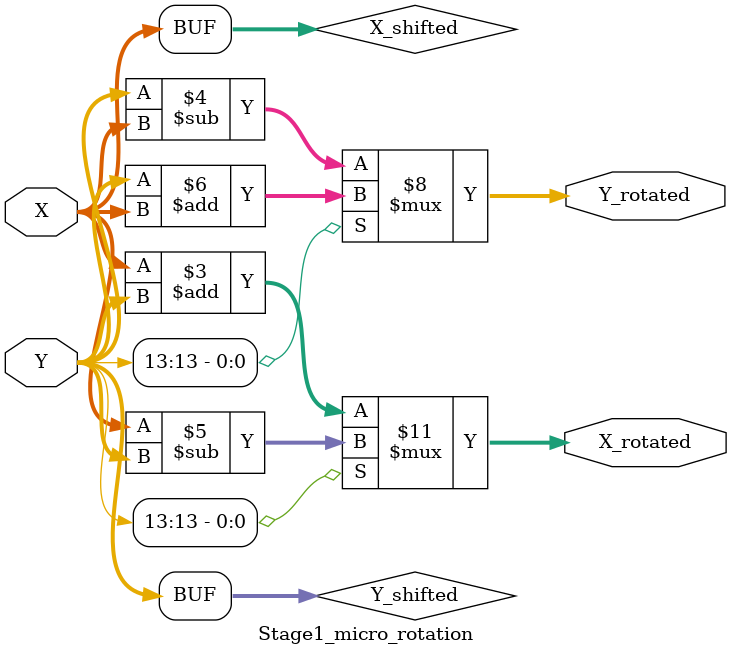
<source format=v>
`timescale 1ns / 1ps

module Stage1_micro_rotation(X, Y, X_rotated, Y_rotated);     
input [13:0] X, Y;
//input Y_signed;
output [13:0] X_rotated, Y_rotated;

// input
wire signed [13:0] X, Y;        // S1.12  (14bits)
//wire signed Y_signed;           // Y[13] = ¦P¤@­Ó stage Y ªº signed bit¡A¨M©w X¡BY ­n¥[©Î´î

// output
reg signed [13:0] X_rotated, Y_rotated;       // S1.12  (14bits)

reg signed [13:0] X_shifted, Y_shifted;

always@ (X or Y)
begin
    X_shifted = X;          // ²Ä 1 ­Ó stage ¤£¥Î¦ì²¾
    Y_shifted = Y;
    
    if(Y[13] == 1'b0)
    begin
        X_rotated = X + Y_shifted;
        Y_rotated = Y - X_shifted;
    end
    
    else
    begin
        X_rotated = X - Y_shifted;
        Y_rotated = Y + X_shifted;
    end
end

endmodule

</source>
